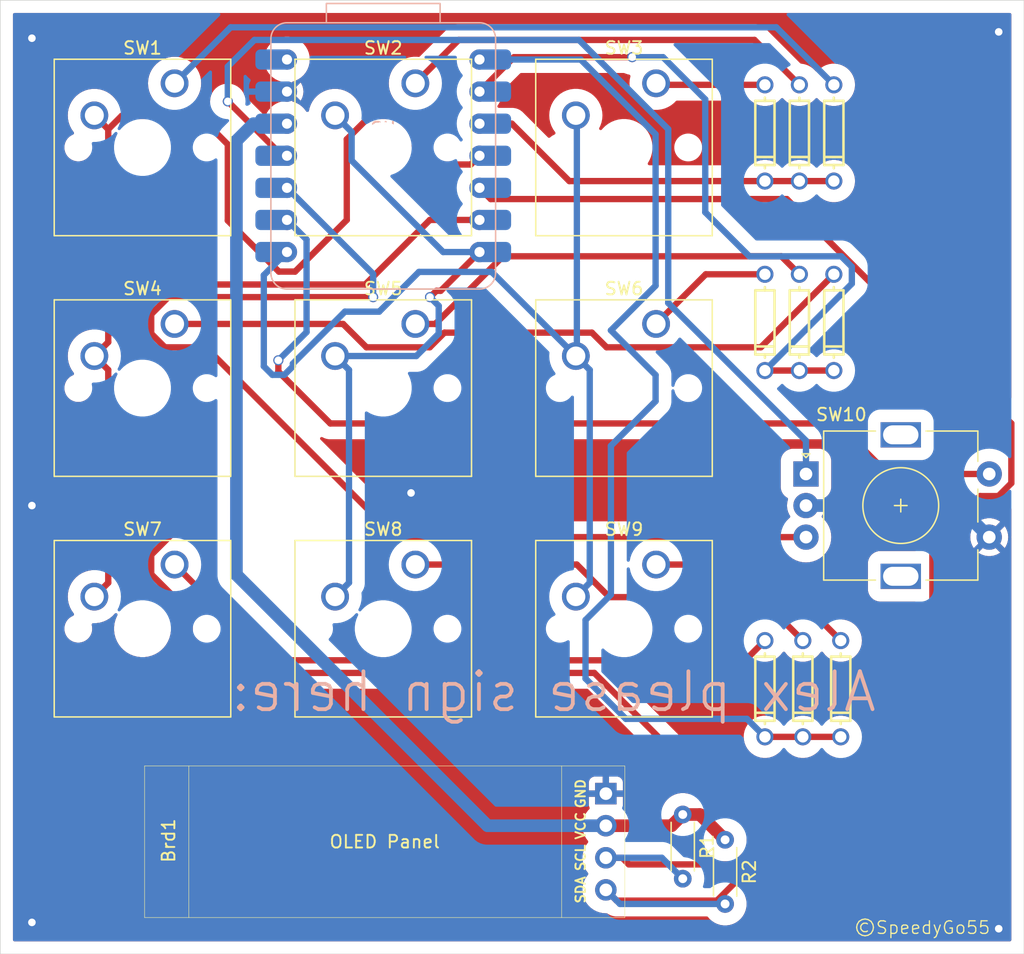
<source format=kicad_pcb>
(kicad_pcb (version 20240108) (generator "pcbnew") (generator_version "8.0")
  (layers (0 "F.Cu" signal) (31 "B.Cu" signal) (34 "B.Paste" user) (35 "F.Paste" user) (36 "B.SilkS" user "B.Silkscreen") (37 "F.SilkS" user "F.Silkscreen") (38 "B.Mask" user) (39 "F.Mask" user) (44 "Edge.Cuts" user))
  (net 0 "")
  (net 1 "VCC")
  (net 2 "GND")
  (net 3 "Net-(Brd1-SCL)")
  (net 4 "Net-(Brd1-SDA)")
  (net 5 "Net-(U2-PA11_A3_D3)")
  (net 6 "Net-(U2-PB08_A6_D6_TX)")
  (net 7 "Net-(U2-PB09_A7_D7_RX)")
  (net 8 "Net-(U2-PA6_A10_D10_MOSI)")
  (net 9 "Net-(U2-PA7_A8_D8_SCK)")
  (net 10 "Net-(U2-PA5_A9_D9_MISO)")
  (net 12 "Net-(D1-PadA)")
  (net 13 "Net-(U2-PA02_A0_D0)")
  (net 14 "Net-(D2-PadA)")
  (net 15 "Net-(D3-PadA)")
  (net 16 "Net-(D4-PadA)")
  (net 17 "Net-(U2-PA4_A1_D1)")
  (net 18 "Net-(D5-PadA)")
  (net 19 "Net-(D6-PadA)")
  (net 20 "Net-(U2-PA10_A2_D2)")
  (net 21 "Net-(D7-PadA)")
  (net 22 "Net-(D8-PadA)")
  (net 23 "Net-(D9-PadA)")
  (footprint "Resistor_THT:R_Axial_DIN0204_L3.6mm_D1.6mm_P5.08mm_Horizontal" (layer "F.Cu") (at 138 109.96 -90)
    (property "Reference" "R1" (at 2.54 -1.92 90) (layer "F.SilkS"))
    (property "Value" "4.7k")
    (fp_line (start 0.62 0.92) (end 4.46 0.92) (stroke (width 0.12)) (layer "F.SilkS"))
    (fp_line (start 0.62 -0.92) (end 4.46 -0.92) (stroke (width 0.12)) (layer "F.SilkS"))
    (pad "1" thru_hole circle (at 0 0 270) (size 1.4 1.4) (drill 0.7) (layers "*.Cu" "*.Mask") (net 1 "VCC"))
    (pad "2" thru_hole oval (at 5.08 0 270) (size 1.4 1.4) (drill 0.7) (layers "*.Cu" "*.Mask") (net 3 "Net-(Brd1-SCL)"))
  )
  (footprint "Button_Switch_Keyboard:SW_Cherry_MX_1.00u_PCB" (layer "F.Cu") (at 135.89 52.07)
    (property "Reference" "SW3" (at -2.54 -2.794 0) (layer "F.SilkS"))
    (property "Value" "SW_Push")
    (fp_line (start -9.525 -1.905) (end 4.445 -1.905) (stroke (width 0.12)) (layer "F.SilkS"))
    (fp_line (start -9.525 12.065) (end -9.525 -1.905) (stroke (width 0.12)) (layer "F.SilkS"))
    (fp_line (start 4.445 -1.905) (end 4.445 12.065) (stroke (width 0.12)) (layer "F.SilkS"))
    (fp_line (start 4.445 12.065) (end -9.525 12.065) (stroke (width 0.12)) (layer "F.SilkS"))
    (pad "" np_thru_hole circle (at -7.62 5.08) (size 1.7 1.7) (drill 1.7) (layers "*.Cu" "*.Mask"))
    (pad "" np_thru_hole circle (at -2.54 5.08) (size 4 4) (drill 4) (layers "*.Cu" "*.Mask"))
    (pad "" np_thru_hole circle (at 2.54 5.08) (size 1.7 1.7) (drill 1.7) (layers "*.Cu" "*.Mask"))
    (pad "1" thru_hole circle (at 0 0) (size 2.2 2.2) (drill 1.5) (layers "*.Cu" "*.Mask") (net 15 "Net-(D3-PadA)"))
    (pad "2" thru_hole circle (at -6.35 2.54) (size 2.2 2.2) (drill 1.5) (layers "*.Cu" "*.Mask") (net 7 "Net-(U2-PB09_A7_D7_RX)"))
  )
  (footprint "Button_Switch_Keyboard:SW_Cherry_MX_1.00u_PCB" (layer "F.Cu") (at 116.84 71.12)
    (property "Reference" "SW5" (at -2.54 -2.794 0) (layer "F.SilkS"))
    (property "Value" "SW_Push")
    (fp_line (start -9.525 -1.905) (end 4.445 -1.905) (stroke (width 0.12)) (layer "F.SilkS"))
    (fp_line (start -9.525 12.065) (end -9.525 -1.905) (stroke (width 0.12)) (layer "F.SilkS"))
    (fp_line (start 4.445 -1.905) (end 4.445 12.065) (stroke (width 0.12)) (layer "F.SilkS"))
    (fp_line (start 4.445 12.065) (end -9.525 12.065) (stroke (width 0.12)) (layer "F.SilkS"))
    (pad "" np_thru_hole circle (at -7.62 5.08) (size 1.7 1.7) (drill 1.7) (layers "*.Cu" "*.Mask"))
    (pad "" np_thru_hole circle (at -2.54 5.08) (size 4 4) (drill 4) (layers "*.Cu" "*.Mask"))
    (pad "" np_thru_hole circle (at 2.54 5.08) (size 1.7 1.7) (drill 1.7) (layers "*.Cu" "*.Mask"))
    (pad "1" thru_hole circle (at 0 0) (size 2.2 2.2) (drill 1.5) (layers "*.Cu" "*.Mask") (net 18 "Net-(D5-PadA)"))
    (pad "2" thru_hole circle (at -6.35 2.54) (size 2.2 2.2) (drill 1.5) (layers "*.Cu" "*.Mask") (net 6 "Net-(U2-PB08_A6_D6_TX)"))
  )
  (footprint "custom library:DIODE-1N4148" (layer "F.Cu") (at 147.2272 71 -90)
    (property "Reference" "D5")
    (property "Value" "D" (hide yes))
    (fp_line (start -2.54 0.762) (end -2.54 0) (stroke (width 0.2032)) (layer "F.SilkS"))
    (fp_line (start 2.54 0.762) (end -2.54 0.762) (stroke (width 0.2032)) (layer "F.SilkS"))
    (fp_line (start -2.54 0) (end -2.794 0) (stroke (width 0.2032)) (layer "F.SilkS"))
    (fp_line (start -2.54 0) (end -2.54 -0.762) (stroke (width 0.2032)) (layer "F.SilkS"))
    (fp_line (start 2.54 0) (end 2.54 0.762) (stroke (width 0.2032)) (layer "F.SilkS"))
    (fp_line (start 2.54 0) (end 2.794 0) (stroke (width 0.2032)) (layer "F.SilkS"))
    (fp_line (start 1.905 -0.635) (end 1.905 0.635) (stroke (width 0.2032)) (layer "F.SilkS"))
    (fp_line (start -2.54 -0.762) (end 2.54 -0.762) (stroke (width 0.2032)) (layer "F.SilkS"))
    (fp_line (start 2.54 -0.762) (end 2.54 0) (stroke (width 0.2032)) (layer "F.SilkS"))
    (pad "A" thru_hole oval (at -3.81 0 270) (size 1.34874 1.34874) (drill 0.89916) (layers "*.Cu" "*.Mask") (net 18 "Net-(D5-PadA)"))
    (pad "K" thru_hole oval (at 3.81 0 270) (size 1.34874 1.34874) (drill 0.89916) (layers "*.Cu" "*.Mask") (net 17 "Net-(U2-PA4_A1_D1)"))
  )
  (footprint "Button_Switch_Keyboard:SW_Cherry_MX_1.00u_PCB" (layer "F.Cu") (at 135.89 90.17)
    (property "Reference" "SW9" (at -2.54 -2.794 0) (layer "F.SilkS"))
    (property "Value" "SW_Push")
    (fp_line (start -9.525 -1.905) (end 4.445 -1.905) (stroke (width 0.12)) (layer "F.SilkS"))
    (fp_line (start -9.525 12.065) (end -9.525 -1.905) (stroke (width 0.12)) (layer "F.SilkS"))
    (fp_line (start 4.445 -1.905) (end 4.445 12.065) (stroke (width 0.12)) (layer "F.SilkS"))
    (fp_line (start 4.445 12.065) (end -9.525 12.065) (stroke (width 0.12)) (layer "F.SilkS"))
    (pad "" np_thru_hole circle (at -7.62 5.08) (size 1.7 1.7) (drill 1.7) (layers "*.Cu" "*.Mask"))
    (pad "" np_thru_hole circle (at -2.54 5.08) (size 4 4) (drill 4) (layers "*.Cu" "*.Mask"))
    (pad "" np_thru_hole circle (at 2.54 5.08) (size 1.7 1.7) (drill 1.7) (layers "*.Cu" "*.Mask"))
    (pad "1" thru_hole circle (at 0 0) (size 2.2 2.2) (drill 1.5) (layers "*.Cu" "*.Mask") (net 23 "Net-(D9-PadA)"))
    (pad "2" thru_hole circle (at -6.35 2.54) (size 2.2 2.2) (drill 1.5) (layers "*.Cu" "*.Mask") (net 7 "Net-(U2-PB09_A7_D7_RX)"))
  )
  (footprint "Rotary_Encoder:RotaryEncoder_Alps_EC11E-Switch_Vertical_H20mm" (layer "F.Cu") (at 147.75 83)
    (property "Reference" "SW10" (at 2.8 -4.7 0) (layer "F.SilkS"))
    (property "Value" "RotaryEncoder_Switch")
    (fp_line (start -0.3 -1.6) (end 0.3 -1.6) (stroke (width 0.12)) (layer "F.SilkS"))
    (fp_line (start 0 -1.3) (end -0.3 -1.6) (stroke (width 0.12)) (layer "F.SilkS"))
    (fp_line (start 0.3 -1.6) (end 0 -1.3) (stroke (width 0.12)) (layer "F.SilkS"))
    (fp_line (start 1.4 -3.4) (end 1.4 8.4) (stroke (width 0.12)) (layer "F.SilkS"))
    (fp_line (start 5.5 -3.4) (end 1.4 -3.4) (stroke (width 0.12)) (layer "F.SilkS"))
    (fp_line (start 5.5 8.4) (end 1.4 8.4) (stroke (width 0.12)) (layer "F.SilkS"))
    (fp_line (start 7 2.5) (end 8 2.5) (stroke (width 0.12)) (layer "F.SilkS"))
    (fp_line (start 7.5 2) (end 7.5 3) (stroke (width 0.12)) (layer "F.SilkS"))
    (fp_line (start 9.5 -3.4) (end 13.6 -3.4) (stroke (width 0.12)) (layer "F.SilkS"))
    (fp_line (start 13.6 -3.4) (end 13.6 -1) (stroke (width 0.12)) (layer "F.SilkS"))
    (fp_line (start 13.6 1.2) (end 13.6 3.8) (stroke (width 0.12)) (layer "F.SilkS"))
    (fp_line (start 13.6 6) (end 13.6 8.4) (stroke (width 0.12)) (layer "F.SilkS"))
    (fp_line (start 13.6 8.4) (end 9.5 8.4) (stroke (width 0.12)) (layer "F.SilkS"))
    (fp_circle (center 7.5 2.5) (end 10.5 2.5) (stroke (width 0.12)) (fill none) (layer "F.SilkS"))
    (pad "A" thru_hole rect (at 0 0) (size 2 2) (drill 1) (layers "*.Cu" "*.Mask") (net 8 "Net-(U2-PA6_A10_D10_MOSI)"))
    (pad "B" thru_hole circle (at 0 5) (size 2 2) (drill 1) (layers "*.Cu" "*.Mask") (net 10 "Net-(U2-PA5_A9_D9_MISO)"))
    (pad "C" thru_hole circle (at 0 2.5) (size 2 2) (drill 1) (layers "*.Cu" "*.Mask") (net 2 "GND"))
    (pad "MP" thru_hole rect (at 7.5 -3.1) (size 3.2 2) (drill oval 2.8 1.5) (layers "*.Cu" "*.Mask"))
    (pad "MP" thru_hole rect (at 7.5 8.1) (size 3.2 2) (drill oval 2.8 1.5) (layers "*.Cu" "*.Mask"))
    (pad "S1" thru_hole circle (at 14.5 5) (size 2 2) (drill 1) (layers "*.Cu" "*.Mask") (net 2 "GND"))
    (pad "S2" thru_hole circle (at 14.5 0) (size 2 2) (drill 1) (layers "*.Cu" "*.Mask") (net 9 "Net-(U2-PA7_A8_D8_SCK)"))
  )
  (footprint "custom library:DIODE-1N4148" (layer "F.Cu") (at 147.2272 56 -90)
    (property "Reference" "D2")
    (property "Value" "D" (hide yes))
    (fp_line (start -2.54 0.762) (end -2.54 0) (stroke (width 0.2032)) (layer "F.SilkS"))
    (fp_line (start 2.54 0.762) (end -2.54 0.762) (stroke (width 0.2032)) (layer "F.SilkS"))
    (fp_line (start -2.54 0) (end -2.794 0) (stroke (width 0.2032)) (layer "F.SilkS"))
    (fp_line (start -2.54 0) (end -2.54 -0.762) (stroke (width 0.2032)) (layer "F.SilkS"))
    (fp_line (start 2.54 0) (end 2.54 0.762) (stroke (width 0.2032)) (layer "F.SilkS"))
    (fp_line (start 2.54 0) (end 2.794 0) (stroke (width 0.2032)) (layer "F.SilkS"))
    (fp_line (start 1.905 -0.635) (end 1.905 0.635) (stroke (width 0.2032)) (layer "F.SilkS"))
    (fp_line (start -2.54 -0.762) (end 2.54 -0.762) (stroke (width 0.2032)) (layer "F.SilkS"))
    (fp_line (start 2.54 -0.762) (end 2.54 0) (stroke (width 0.2032)) (layer "F.SilkS"))
    (pad "A" thru_hole oval (at -3.81 0 270) (size 1.34874 1.34874) (drill 0.89916) (layers "*.Cu" "*.Mask") (net 14 "Net-(D2-PadA)"))
    (pad "K" thru_hole oval (at 3.81 0 270) (size 1.34874 1.34874) (drill 0.89916) (layers "*.Cu" "*.Mask") (net 20 "Net-(U2-PA10_A2_D2)"))
  )
  (footprint "custom library:DIODE-1N4148" (layer "F.Cu") (at 149.9544 71 -90)
    (property "Reference" "D4")
    (property "Value" "D" (hide yes))
    (fp_line (start -2.54 0.762) (end -2.54 0) (stroke (width 0.2032)) (layer "F.SilkS"))
    (fp_line (start 2.54 0.762) (end -2.54 0.762) (stroke (width 0.2032)) (layer "F.SilkS"))
    (fp_line (start -2.54 0) (end -2.794 0) (stroke (width 0.2032)) (layer "F.SilkS"))
    (fp_line (start -2.54 0) (end -2.54 -0.762) (stroke (width 0.2032)) (layer "F.SilkS"))
    (fp_line (start 2.54 0) (end 2.54 0.762) (stroke (width 0.2032)) (layer "F.SilkS"))
    (fp_line (start 2.54 0) (end 2.794 0) (stroke (width 0.2032)) (layer "F.SilkS"))
    (fp_line (start 1.905 -0.635) (end 1.905 0.635) (stroke (width 0.2032)) (layer "F.SilkS"))
    (fp_line (start -2.54 -0.762) (end 2.54 -0.762) (stroke (width 0.2032)) (layer "F.SilkS"))
    (fp_line (start 2.54 -0.762) (end 2.54 0) (stroke (width 0.2032)) (layer "F.SilkS"))
    (pad "A" thru_hole oval (at -3.81 0 270) (size 1.34874 1.34874) (drill 0.89916) (layers "*.Cu" "*.Mask") (net 16 "Net-(D4-PadA)"))
    (pad "K" thru_hole oval (at 3.81 0 270) (size 1.34874 1.34874) (drill 0.89916) (layers "*.Cu" "*.Mask") (net 17 "Net-(U2-PA4_A1_D1)"))
  )
  (footprint "custom library:DIODE-1N4148" (layer "F.Cu") (at 149.9544 56 -90)
    (property "Reference" "D1")
    (property "Value" "D" (hide yes))
    (fp_line (start -2.54 0.762) (end -2.54 0) (stroke (width 0.2032)) (layer "F.SilkS"))
    (fp_line (start 2.54 0.762) (end -2.54 0.762) (stroke (width 0.2032)) (layer "F.SilkS"))
    (fp_line (start -2.54 0) (end -2.794 0) (stroke (width 0.2032)) (layer "F.SilkS"))
    (fp_line (start -2.54 0) (end -2.54 -0.762) (stroke (width 0.2032)) (layer "F.SilkS"))
    (fp_line (start 2.54 0) (end 2.54 0.762) (stroke (width 0.2032)) (layer "F.SilkS"))
    (fp_line (start 2.54 0) (end 2.794 0) (stroke (width 0.2032)) (layer "F.SilkS"))
    (fp_line (start 1.905 -0.635) (end 1.905 0.635) (stroke (width 0.2032)) (layer "F.SilkS"))
    (fp_line (start -2.54 -0.762) (end 2.54 -0.762) (stroke (width 0.2032)) (layer "F.SilkS"))
    (fp_line (start 2.54 -0.762) (end 2.54 0) (stroke (width 0.2032)) (layer "F.SilkS"))
    (pad "A" thru_hole oval (at -3.81 0 270) (size 1.34874 1.34874) (drill 0.89916) (layers "*.Cu" "*.Mask") (net 12 "Net-(D1-PadA)"))
    (pad "K" thru_hole oval (at 3.81 0 270) (size 1.34874 1.34874) (drill 0.89916) (layers "*.Cu" "*.Mask") (net 20 "Net-(U2-PA10_A2_D2)"))
  )
  (footprint "Button_Switch_Keyboard:SW_Cherry_MX_1.00u_PCB" (layer "F.Cu") (at 97.79 90.17)
    (property "Reference" "SW7" (at -2.54 -2.794 0) (layer "F.SilkS"))
    (property "Value" "SW_Push")
    (fp_line (start -9.525 -1.905) (end 4.445 -1.905) (stroke (width 0.12)) (layer "F.SilkS"))
    (fp_line (start -9.525 12.065) (end -9.525 -1.905) (stroke (width 0.12)) (layer "F.SilkS"))
    (fp_line (start 4.445 -1.905) (end 4.445 12.065) (stroke (width 0.12)) (layer "F.SilkS"))
    (fp_line (start 4.445 12.065) (end -9.525 12.065) (stroke (width 0.12)) (layer "F.SilkS"))
    (pad "" np_thru_hole circle (at -7.62 5.08) (size 1.7 1.7) (drill 1.7) (layers "*.Cu" "*.Mask"))
    (pad "" np_thru_hole circle (at -2.54 5.08) (size 4 4) (drill 4) (layers "*.Cu" "*.Mask"))
    (pad "" np_thru_hole circle (at 2.54 5.08) (size 1.7 1.7) (drill 1.7) (layers "*.Cu" "*.Mask"))
    (pad "1" thru_hole circle (at 0 0) (size 2.2 2.2) (drill 1.5) (layers "*.Cu" "*.Mask") (net 21 "Net-(D7-PadA)"))
    (pad "2" thru_hole circle (at -6.35 2.54) (size 2.2 2.2) (drill 1.5) (layers "*.Cu" "*.Mask") (net 5 "Net-(U2-PA11_A3_D3)"))
  )
  (footprint "Button_Switch_Keyboard:SW_Cherry_MX_1.00u_PCB" (layer "F.Cu") (at 97.79 71.12)
    (property "Reference" "SW4" (at -2.54 -2.794 0) (layer "F.SilkS"))
    (property "Value" "SW_Push")
    (fp_line (start -9.525 -1.905) (end 4.445 -1.905) (stroke (width 0.12)) (layer "F.SilkS"))
    (fp_line (start -9.525 12.065) (end -9.525 -1.905) (stroke (width 0.12)) (layer "F.SilkS"))
    (fp_line (start 4.445 -1.905) (end 4.445 12.065) (stroke (width 0.12)) (layer "F.SilkS"))
    (fp_line (start 4.445 12.065) (end -9.525 12.065) (stroke (width 0.12)) (layer "F.SilkS"))
    (pad "" np_thru_hole circle (at -7.62 5.08) (size 1.7 1.7) (drill 1.7) (layers "*.Cu" "*.Mask"))
    (pad "" np_thru_hole circle (at -2.54 5.08) (size 4 4) (drill 4) (layers "*.Cu" "*.Mask"))
    (pad "" np_thru_hole circle (at 2.54 5.08) (size 1.7 1.7) (drill 1.7) (layers "*.Cu" "*.Mask"))
    (pad "1" thru_hole circle (at 0 0) (size 2.2 2.2) (drill 1.5) (layers "*.Cu" "*.Mask") (net 16 "Net-(D4-PadA)"))
    (pad "2" thru_hole circle (at -6.35 2.54) (size 2.2 2.2) (drill 1.5) (layers "*.Cu" "*.Mask") (net 5 "Net-(U2-PA11_A3_D3)"))
  )
  (footprint "Button_Switch_Keyboard:SW_Cherry_MX_1.00u_PCB" (layer "F.Cu") (at 135.89 71.12)
    (property "Reference" "SW6" (at -2.54 -2.794 0) (layer "F.SilkS"))
    (property "Value" "SW_Push")
    (fp_line (start -9.525 -1.905) (end 4.445 -1.905) (stroke (width 0.12)) (layer "F.SilkS"))
    (fp_line (start -9.525 12.065) (end -9.525 -1.905) (stroke (width 0.12)) (layer "F.SilkS"))
    (fp_line (start 4.445 -1.905) (end 4.445 12.065) (stroke (width 0.12)) (layer "F.SilkS"))
    (fp_line (start 4.445 12.065) (end -9.525 12.065) (stroke (width 0.12)) (layer "F.SilkS"))
    (pad "" np_thru_hole circle (at -7.62 5.08) (size 1.7 1.7) (drill 1.7) (layers "*.Cu" "*.Mask"))
    (pad "" np_thru_hole circle (at -2.54 5.08) (size 4 4) (drill 4) (layers "*.Cu" "*.Mask"))
    (pad "" np_thru_hole circle (at 2.54 5.08) (size 1.7 1.7) (drill 1.7) (layers "*.Cu" "*.Mask"))
    (pad "1" thru_hole circle (at 0 0) (size 2.2 2.2) (drill 1.5) (layers "*.Cu" "*.Mask") (net 19 "Net-(D6-PadA)"))
    (pad "2" thru_hole circle (at -6.35 2.54) (size 2.2 2.2) (drill 1.5) (layers "*.Cu" "*.Mask") (net 7 "Net-(U2-PB09_A7_D7_RX)"))
  )
  (footprint "Button_Switch_Keyboard:SW_Cherry_MX_1.00u_PCB" (layer "F.Cu") (at 116.84 52.07)
    (property "Reference" "SW2" (at -2.54 -2.794 0) (layer "F.SilkS"))
    (property "Value" "SW_Push")
    (fp_line (start -9.525 -1.905) (end 4.445 -1.905) (stroke (width 0.12)) (layer "F.SilkS"))
    (fp_line (start -9.525 12.065) (end -9.525 -1.905) (stroke (width 0.12)) (layer "F.SilkS"))
    (fp_line (start 4.445 -1.905) (end 4.445 12.065) (stroke (width 0.12)) (layer "F.SilkS"))
    (fp_line (start 4.445 12.065) (end -9.525 12.065) (stroke (width 0.12)) (layer "F.SilkS"))
    (pad "" np_thru_hole circle (at -7.62 5.08) (size 1.7 1.7) (drill 1.7) (layers "*.Cu" "*.Mask"))
    (pad "" np_thru_hole circle (at -2.54 5.08) (size 4 4) (drill 4) (layers "*.Cu" "*.Mask"))
    (pad "" np_thru_hole circle (at 2.54 5.08) (size 1.7 1.7) (drill 1.7) (layers "*.Cu" "*.Mask"))
    (pad "1" thru_hole circle (at 0 0) (size 2.2 2.2) (drill 1.5) (layers "*.Cu" "*.Mask") (net 14 "Net-(D2-PadA)"))
    (pad "2" thru_hole circle (at -6.35 2.54) (size 2.2 2.2) (drill 1.5) (layers "*.Cu" "*.Mask") (net 6 "Net-(U2-PB08_A6_D6_TX)"))
  )
  (footprint "Button_Switch_Keyboard:SW_Cherry_MX_1.00u_PCB" (layer "F.Cu") (at 116.84 90.17)
    (property "Reference" "SW8" (at -2.54 -2.794 0) (layer "F.SilkS"))
    (property "Value" "SW_Push")
    (fp_line (start -9.525 -1.905) (end 4.445 -1.905) (stroke (width 0.12)) (layer "F.SilkS"))
    (fp_line (start -9.525 12.065) (end -9.525 -1.905) (stroke (width 0.12)) (layer "F.SilkS"))
    (fp_line (start 4.445 -1.905) (end 4.445 12.065) (stroke (width 0.12)) (layer "F.SilkS"))
    (fp_line (start 4.445 12.065) (end -9.525 12.065) (stroke (width 0.12)) (layer "F.SilkS"))
    (pad "" np_thru_hole circle (at -7.62 5.08) (size 1.7 1.7) (drill 1.7) (layers "*.Cu" "*.Mask"))
    (pad "" np_thru_hole circle (at -2.54 5.08) (size 4 4) (drill 4) (layers "*.Cu" "*.Mask"))
    (pad "" np_thru_hole circle (at 2.54 5.08) (size 1.7 1.7) (drill 1.7) (layers "*.Cu" "*.Mask"))
    (pad "1" thru_hole circle (at 0 0) (size 2.2 2.2) (drill 1.5) (layers "*.Cu" "*.Mask") (net 22 "Net-(D8-PadA)"))
    (pad "2" thru_hole circle (at -6.35 2.54) (size 2.2 2.2) (drill 1.5) (layers "*.Cu" "*.Mask") (net 6 "Net-(U2-PB08_A6_D6_TX)"))
  )
  (footprint "custom library:DIODE-1N4148" (layer "F.Cu") (at 144.5 71 -90)
    (property "Reference" "D6")
    (property "Value" "D" (hide yes))
    (fp_line (start -2.54 0.762) (end -2.54 0) (stroke (width 0.2032)) (layer "F.SilkS"))
    (fp_line (start 2.54 0.762) (end -2.54 0.762) (stroke (width 0.2032)) (layer "F.SilkS"))
    (fp_line (start -2.54 0) (end -2.794 0) (stroke (width 0.2032)) (layer "F.SilkS"))
    (fp_line (start -2.54 0) (end -2.54 -0.762) (stroke (width 0.2032)) (layer "F.SilkS"))
    (fp_line (start 2.54 0) (end 2.54 0.762) (stroke (width 0.2032)) (layer "F.SilkS"))
    (fp_line (start 2.54 0) (end 2.794 0) (stroke (width 0.2032)) (layer "F.SilkS"))
    (fp_line (start 1.905 -0.635) (end 1.905 0.635) (stroke (width 0.2032)) (layer "F.SilkS"))
    (fp_line (start -2.54 -0.762) (end 2.54 -0.762) (stroke (width 0.2032)) (layer "F.SilkS"))
    (fp_line (start 2.54 -0.762) (end 2.54 0) (stroke (width 0.2032)) (layer "F.SilkS"))
    (pad "A" thru_hole oval (at -3.81 0 270) (size 1.34874 1.34874) (drill 0.89916) (layers "*.Cu" "*.Mask") (net 19 "Net-(D6-PadA)"))
    (pad "K" thru_hole oval (at 3.81 0 270) (size 1.34874 1.34874) (drill 0.89916) (layers "*.Cu" "*.Mask") (net 17 "Net-(U2-PA4_A1_D1)"))
  )
  (footprint "Resistor_THT:R_Axial_DIN0204_L3.6mm_D1.6mm_P5.08mm_Horizontal" (layer "F.Cu") (at 141.35 111.96 -90)
    (property "Reference" "R2" (at 2.54 -1.92 90) (layer "F.SilkS"))
    (property "Value" "4.7k")
    (fp_line (start 0.62 0.92) (end 4.46 0.92) (stroke (width 0.12)) (layer "F.SilkS"))
    (fp_line (start 0.62 -0.92) (end 4.46 -0.92) (stroke (width 0.12)) (layer "F.SilkS"))
    (pad "1" thru_hole circle (at 0 0 270) (size 1.4 1.4) (drill 0.7) (layers "*.Cu" "*.Mask") (net 1 "VCC"))
    (pad "2" thru_hole oval (at 5.08 0 270) (size 1.4 1.4) (drill 0.7) (layers "*.Cu" "*.Mask") (net 4 "Net-(Brd1-SDA)"))
  )
  (footprint "custom library:DIODE-1N4148" (layer "F.Cu") (at 144.5 100 -90)
    (property "Reference" "D7")
    (property "Value" "D" (hide yes))
    (fp_line (start -2.54 0.762) (end -2.54 0) (stroke (width 0.2032)) (layer "F.SilkS"))
    (fp_line (start 2.54 0.762) (end -2.54 0.762) (stroke (width 0.2032)) (layer "F.SilkS"))
    (fp_line (start -2.54 0) (end -2.794 0) (stroke (width 0.2032)) (layer "F.SilkS"))
    (fp_line (start -2.54 0) (end -2.54 -0.762) (stroke (width 0.2032)) (layer "F.SilkS"))
    (fp_line (start 2.54 0) (end 2.54 0.762) (stroke (width 0.2032)) (layer "F.SilkS"))
    (fp_line (start 2.54 0) (end 2.794 0) (stroke (width 0.2032)) (layer "F.SilkS"))
    (fp_line (start 1.905 -0.635) (end 1.905 0.635) (stroke (width 0.2032)) (layer "F.SilkS"))
    (fp_line (start -2.54 -0.762) (end 2.54 -0.762) (stroke (width 0.2032)) (layer "F.SilkS"))
    (fp_line (start 2.54 -0.762) (end 2.54 0) (stroke (width 0.2032)) (layer "F.SilkS"))
    (pad "A" thru_hole oval (at -3.81 0 270) (size 1.34874 1.34874) (drill 0.89916) (layers "*.Cu" "*.Mask") (net 21 "Net-(D7-PadA)"))
    (pad "K" thru_hole oval (at 3.81 0 270) (size 1.34874 1.34874) (drill 0.89916) (layers "*.Cu" "*.Mask") (net 13 "Net-(U2-PA02_A0_D0)"))
  )
  (footprint "Button_Switch_Keyboard:SW_Cherry_MX_1.00u_PCB" (layer "F.Cu") (at 97.79 52.07)
    (property "Reference" "SW1" (at -2.54 -2.794 0) (layer "F.SilkS"))
    (property "Value" "SW_Push")
    (fp_line (start -9.525 -1.905) (end 4.445 -1.905) (stroke (width 0.12)) (layer "F.SilkS"))
    (fp_line (start -9.525 12.065) (end -9.525 -1.905) (stroke (width 0.12)) (layer "F.SilkS"))
    (fp_line (start 4.445 -1.905) (end 4.445 12.065) (stroke (width 0.12)) (layer "F.SilkS"))
    (fp_line (start 4.445 12.065) (end -9.525 12.065) (stroke (width 0.12)) (layer "F.SilkS"))
    (pad "" np_thru_hole circle (at -7.62 5.08) (size 1.7 1.7) (drill 1.7) (layers "*.Cu" "*.Mask"))
    (pad "" np_thru_hole circle (at -2.54 5.08) (size 4 4) (drill 4) (layers "*.Cu" "*.Mask"))
    (pad "" np_thru_hole circle (at 2.54 5.08) (size 1.7 1.7) (drill 1.7) (layers "*.Cu" "*.Mask"))
    (pad "1" thru_hole circle (at 0 0) (size 2.2 2.2) (drill 1.5) (layers "*.Cu" "*.Mask") (net 12 "Net-(D1-PadA)"))
    (pad "2" thru_hole circle (at -6.35 2.54) (size 2.2 2.2) (drill 1.5) (layers "*.Cu" "*.Mask") (net 5 "Net-(U2-PA11_A3_D3)"))
  )
  (footprint "custom library:SSD1306-0.91-OLED-4pin-128x32" (layer "F.Cu") (at 95.415 106.115)
    (property "Reference" "Brd1" (at 1.9 5.91 90) (layer "F.SilkS"))
    (property "Value" "SSD1306")
    (fp_line (start 0 0) (end 0 12) (stroke (width 0.04)) (layer "F.SilkS"))
    (fp_line (start 0 12) (end 38 12) (stroke (width 0.04)) (layer "F.SilkS"))
    (fp_line (start 3.5 0) (end 3.5 12) (stroke (width 0.04)) (layer "F.SilkS"))
    (fp_line (start 33 0) (end 33 12) (stroke (width 0.04)) (layer "F.SilkS"))
    (fp_line (start 38 0) (end 0 0) (stroke (width 0.04)) (layer "F.SilkS"))
    (fp_line (start 38 12) (end 38 0) (stroke (width 0.04)) (layer "F.SilkS"))
    (fp_text user "SCL" (at 34.5 7.27 -90) (layer "F.SilkS") (effects (font (size 0.75 0.75))))
    (fp_text user "VCC" (at 34.5 4.73 -90) (layer "F.SilkS") (effects (font (size 0.75 0.75))))
    (fp_text user "SDA" (at 34.5 9.81 -90) (layer "F.SilkS") (effects (font (size 0.75 0.75))))
    (fp_text user "GND" (at 34.5 2.19 -90) (layer "F.SilkS") (effects (font (size 0.75 0.75))))
    (fp_text user "OLED Panel" (at 19 6 0) (layer "F.SilkS"))
    (pad "1" thru_hole rect (at 36.5 2.19) (size 1.7 1.7) (drill 1) (layers "*.Cu" "*.Mask") (net 2 "GND"))
    (pad "2" thru_hole oval (at 36.5 4.73) (size 1.7 1.7) (drill 1) (layers "*.Cu" "*.Mask") (net 1 "VCC"))
    (pad "3" thru_hole oval (at 36.5 7.27) (size 1.7 1.7) (drill 1) (layers "*.Cu" "*.Mask") (net 3 "Net-(Brd1-SCL)"))
    (pad "4" thru_hole oval (at 36.5 9.81) (size 1.7 1.7) (drill 1) (layers "*.Cu" "*.Mask") (net 4 "Net-(Brd1-SDA)"))
  )
  (footprint "custom library:DIODE-1N4148" (layer "F.Cu") (at 150.5 100 -90)
    (property "Reference" "D9")
    (property "Value" "D" (hide yes))
    (fp_line (start -2.54 0.762) (end -2.54 0) (stroke (width 0.2032)) (layer "F.SilkS"))
    (fp_line (start 2.54 0.762) (end -2.54 0.762) (stroke (width 0.2032)) (layer "F.SilkS"))
    (fp_line (start -2.54 0) (end -2.794 0) (stroke (width 0.2032)) (layer "F.SilkS"))
    (fp_line (start -2.54 0) (end -2.54 -0.762) (stroke (width 0.2032)) (layer "F.SilkS"))
    (fp_line (start 2.54 0) (end 2.54 0.762) (stroke (width 0.2032)) (layer "F.SilkS"))
    (fp_line (start 2.54 0) (end 2.794 0) (stroke (width 0.2032)) (layer "F.SilkS"))
    (fp_line (start 1.905 -0.635) (end 1.905 0.635) (stroke (width 0.2032)) (layer "F.SilkS"))
    (fp_line (start -2.54 -0.762) (end 2.54 -0.762) (stroke (width 0.2032)) (layer "F.SilkS"))
    (fp_line (start 2.54 -0.762) (end 2.54 0) (stroke (width 0.2032)) (layer "F.SilkS"))
    (pad "A" thru_hole oval (at -3.81 0 270) (size 1.34874 1.34874) (drill 0.89916) (layers "*.Cu" "*.Mask") (net 23 "Net-(D9-PadA)"))
    (pad "K" thru_hole oval (at 3.81 0 270) (size 1.34874 1.34874) (drill 0.89916) (layers "*.Cu" "*.Mask") (net 13 "Net-(U2-PA02_A0_D0)"))
  )
  (footprint "custom library:DIODE-1N4148" (layer "F.Cu") (at 144.5 56 -90)
    (property "Reference" "D3")
    (property "Value" "D" (hide yes))
    (fp_line (start -2.54 0.762) (end -2.54 0) (stroke (width 0.2032)) (layer "F.SilkS"))
    (fp_line (start 2.54 0.762) (end -2.54 0.762) (stroke (width 0.2032)) (layer "F.SilkS"))
    (fp_line (start -2.54 0) (end -2.794 0) (stroke (width 0.2032)) (layer "F.SilkS"))
    (fp_line (start -2.54 0) (end -2.54 -0.762) (stroke (width 0.2032)) (layer "F.SilkS"))
    (fp_line (start 2.54 0) (end 2.54 0.762) (stroke (width 0.2032)) (layer "F.SilkS"))
    (fp_line (start 2.54 0) (end 2.794 0) (stroke (width 0.2032)) (layer "F.SilkS"))
    (fp_line (start 1.905 -0.635) (end 1.905 0.635) (stroke (width 0.2032)) (layer "F.SilkS"))
    (fp_line (start -2.54 -0.762) (end 2.54 -0.762) (stroke (width 0.2032)) (layer "F.SilkS"))
    (fp_line (start 2.54 -0.762) (end 2.54 0) (stroke (width 0.2032)) (layer "F.SilkS"))
    (pad "A" thru_hole oval (at -3.81 0 270) (size 1.34874 1.34874) (drill 0.89916) (layers "*.Cu" "*.Mask") (net 15 "Net-(D3-PadA)"))
    (pad "K" thru_hole oval (at 3.81 0 270) (size 1.34874 1.34874) (drill 0.89916) (layers "*.Cu" "*.Mask") (net 20 "Net-(U2-PA10_A2_D2)"))
  )
  (footprint "custom library:DIODE-1N4148" (layer "F.Cu") (at 147.5 100 -90)
    (property "Reference" "D8")
    (property "Value" "D" (hide yes))
    (fp_line (start -2.54 0.762) (end -2.54 0) (stroke (width 0.2032)) (layer "F.SilkS"))
    (fp_line (start 2.54 0.762) (end -2.54 0.762) (stroke (width 0.2032)) (layer "F.SilkS"))
    (fp_line (start -2.54 0) (end -2.794 0) (stroke (width 0.2032)) (layer "F.SilkS"))
    (fp_line (start -2.54 0) (end -2.54 -0.762) (stroke (width 0.2032)) (layer "F.SilkS"))
    (fp_line (start 2.54 0) (end 2.54 0.762) (stroke (width 0.2032)) (layer "F.SilkS"))
    (fp_line (start 2.54 0) (end 2.794 0) (stroke (width 0.2032)) (layer "F.SilkS"))
    (fp_line (start 1.905 -0.635) (end 1.905 0.635) (stroke (width 0.2032)) (layer "F.SilkS"))
    (fp_line (start -2.54 -0.762) (end 2.54 -0.762) (stroke (width 0.2032)) (layer "F.SilkS"))
    (fp_line (start 2.54 -0.762) (end 2.54 0) (stroke (width 0.2032)) (layer "F.SilkS"))
    (pad "A" thru_hole oval (at -3.81 0 270) (size 1.34874 1.34874) (drill 0.89916) (layers "*.Cu" "*.Mask") (net 22 "Net-(D8-PadA)"))
    (pad "K" thru_hole oval (at 3.81 0 270) (size 1.34874 1.34874) (drill 0.89916) (layers "*.Cu" "*.Mask") (net 13 "Net-(U2-PA02_A0_D0)"))
  )
  (footprint "custom library:XIAO-RP2040" (layer "B.Cu") (at 123.19 68.358 180)
    (property "Reference" "U2" (at 8.89 12.7 0) (layer "B.SilkS") (effects (justify mirror)))
    (property "Value" "MCU_Seeed_XIAO_RP2040")
    (fp_line (start 17.78 1.27) (end 17.78 19.812) (stroke (width 0.12)) (layer "B.SilkS"))
    (fp_line (start 16.51 21.082) (end 1.27 21.082) (stroke (width 0.12)) (layer "B.SilkS"))
    (fp_line (start 1.27 0) (end 16.51 0) (stroke (width 0.12)) (layer "B.SilkS"))
    (fp_line (start 0 19.812) (end 0 1.27) (stroke (width 0.12)) (layer "B.SilkS"))
    (fp_rect (start 4.39 21.082) (end 13.39 22.606) (stroke (width 0.12)) (fill none) (layer "B.SilkS"))
    (fp_arc (start 17.78 19.812) (mid 17.408026 20.710026) (end 16.51 21.082) (stroke (width 0.12)) (layer "B.SilkS"))
    (fp_arc (start 16.51 0) (mid 17.408026 0.371974) (end 17.78 1.27) (stroke (width 0.12)) (layer "B.SilkS"))
    (fp_arc (start 1.27 21.082) (mid 0.371974 20.710026) (end 0 19.812) (stroke (width 0.12)) (layer "B.SilkS"))
    (fp_arc (start 0 1.27) (mid 0.371974 0.371974) (end 1.27 0) (stroke (width 0.12)) (layer "B.SilkS"))
    (pad "1" thru_hole circle (at 1.2725 18.171 180) (size 1.6 1.6) (drill 0.8) (layers "*.Cu" "*.Mask") (net 13 "Net-(U2-PA02_A0_D0)"))
    (pad "1" smd roundrect (at 1.2725 18.171 180) (size 3 1.6) (drill (offset -1 0)) (layers "B.Cu" "B.Paste" "B.Mask") (net 13 "Net-(U2-PA02_A0_D0)"))
    (pad "2" thru_hole circle (at 1.2725 15.631 180) (size 1.6 1.6) (drill 0.8) (layers "*.Cu" "*.Mask") (net 17 "Net-(U2-PA4_A1_D1)"))
    (pad "2" smd roundrect (at 1.2725 15.631 180) (size 3 1.6) (drill (offset -1 0)) (layers "B.Cu" "B.Paste" "B.Mask") (net 17 "Net-(U2-PA4_A1_D1)"))
    (pad "3" thru_hole circle (at 1.2725 13.091 180) (size 1.6 1.6) (drill 0.8) (layers "*.Cu" "*.Mask") (net 20 "Net-(U2-PA10_A2_D2)"))
    (pad "3" smd roundrect (at 1.2725 13.091 180) (size 3 1.6) (drill (offset -1 0)) (layers "B.Cu" "B.Paste" "B.Mask") (net 20 "Net-(U2-PA10_A2_D2)"))
    (pad "4" thru_hole circle (at 1.2725 10.551 180) (size 1.6 1.6) (drill 0.8) (layers "*.Cu" "*.Mask") (net 5 "Net-(U2-PA11_A3_D3)"))
    (pad "4" smd roundrect (at 1.2725 10.551 180) (size 3 1.6) (drill (offset -1 0)) (layers "B.Cu" "B.Paste" "B.Mask") (net 5 "Net-(U2-PA11_A3_D3)"))
    (pad "5" thru_hole circle (at 1.2725 8.011 180) (size 1.6 1.6) (drill 0.8) (layers "*.Cu" "*.Mask") (net 4 "Net-(Brd1-SDA)"))
    (pad "5" smd roundrect (at 1.2725 8.011 180) (size 3 1.6) (drill (offset -1 0)) (layers "B.Cu" "B.Paste" "B.Mask") (net 4 "Net-(Brd1-SDA)"))
    (pad "6" thru_hole circle (at 1.2725 5.471 180) (size 1.6 1.6) (drill 0.8) (layers "*.Cu" "*.Mask") (net 3 "Net-(Brd1-SCL)"))
    (pad "6" smd roundrect (at 1.2725 5.471 180) (size 3 1.6) (drill (offset -1 0)) (layers "B.Cu" "B.Paste" "B.Mask") (net 3 "Net-(Brd1-SCL)"))
    (pad "7" thru_hole circle (at 1.2725 2.931 180) (size 1.6 1.6) (drill 0.8) (layers "*.Cu" "*.Mask") (net 6 "Net-(U2-PB08_A6_D6_TX)"))
    (pad "7" smd roundrect (at 1.2725 2.931 180) (size 3 1.6) (drill (offset -1 0)) (layers "B.Cu" "B.Paste" "B.Mask") (net 6 "Net-(U2-PB08_A6_D6_TX)"))
    (pad "8" thru_hole circle (at 16.5075 2.931 180) (size 1.6 1.6) (drill 0.8) (layers "*.Cu" "*.Mask") (net 7 "Net-(U2-PB09_A7_D7_RX)"))
    (pad "8" smd roundrect (at 16.5075 2.931 180) (size 3 1.6) (drill (offset 1 0)) (layers "B.Cu" "B.Paste" "B.Mask") (net 7 "Net-(U2-PB09_A7_D7_RX)"))
    (pad "9" thru_hole circle (at 16.5075 5.471 180) (size 1.6 1.6) (drill 0.8) (layers "*.Cu" "*.Mask") (net 9 "Net-(U2-PA7_A8_D8_SCK)"))
    (pad "9" smd roundrect (at 16.5075 5.471 180) (size 3 1.6) (drill (offset 1 0)) (layers "B.Cu" "B.Paste" "B.Mask") (net 9 "Net-(U2-PA7_A8_D8_SCK)"))
    (pad "10" thru_hole circle (at 16.5075 8.011 180) (size 1.6 1.6) (drill 0.8) (layers "*.Cu" "*.Mask") (net 10 "Net-(U2-PA5_A9_D9_MISO)"))
    (pad "10" smd roundrect (at 16.5075 8.011 180) (size 3 1.6) (drill (offset 1 0)) (layers "B.Cu" "B.Paste" "B.Mask") (net 10 "Net-(U2-PA5_A9_D9_MISO)"))
    (pad "11" thru_hole circle (at 16.5075 10.551 180) (size 1.6 1.6) (drill 0.8) (layers "*.Cu" "*.Mask") (net 8 "Net-(U2-PA6_A10_D10_MOSI)"))
    (pad "11" smd roundrect (at 16.5075 10.551 180) (size 3 1.6) (drill (offset 1 0)) (layers "B.Cu" "B.Paste" "B.Mask") (net 8 "Net-(U2-PA6_A10_D10_MOSI)"))
    (pad "12" thru_hole circle (at 16.5075 13.091 180) (size 1.6 1.6) (drill 0.8) (layers "*.Cu" "*.Mask") (net 1 "VCC"))
    (pad "12" smd roundrect (at 16.5075 13.091 180) (size 3 1.6) (drill (offset 1 0)) (layers "B.Cu" "B.Paste" "B.Mask") (net 1 "VCC"))
    (pad "13" thru_hole circle (at 16.5075 15.631 180) (size 1.6 1.6) (drill 0.8) (layers "*.Cu" "*.Mask") (net 2 "GND"))
    (pad "13" smd roundrect (at 16.5075 15.631 180) (size 3 1.6) (drill (offset 1 0)) (layers "B.Cu" "B.Paste" "B.Mask") (net 2 "GND"))
    (pad "14" thru_hole circle (at 16.5075 18.171 180) (size 1.6 1.6) (drill 0.8) (layers "*.Cu" "*.Mask"))
    (pad "14" smd roundrect (at 16.5075 18.171 180) (size 3 1.6) (drill (offset 1 0)) (layers "B.Cu" "B.Paste" "B.Mask"))
  )
  (gr_rect (start 84 45.5) (end 165 121) (stroke (width 0.05)) (fill none) (layer "Edge.Cuts"))
  (gr_text "Alex please sign here:" (at 153.5 102 0) (layer "B.SilkS") (effects (font (size 3 3) (thickness 0.3)) (justify left bottom mirror)))
  (gr_text "©SpeedyGo55" (at 151.5 119.5 0) (layer "F.SilkS") (effects (font (size 1 1) (thickness 0.1)) (justify left bottom)))
  (segment (start 131.915 110.845) (end 137.115 110.845) (width 1) (layer "F.Cu") (net 1))
  (segment (start 137.115 110.845) (end 138 109.96) (width 1) (layer "F.Cu") (net 1))
  (segment (start 139.35 109.96) (end 141.35 111.96) (width 1) (layer "F.Cu") (net 1))
  (segment (start 138 109.96) (end 139.35 109.96) (width 1) (layer "F.Cu") (net 1))
  (segment (start 102.6825 90.975242) (end 102.6825 56.619994) (width 1) (layer "B.Cu") (net 1))
  (segment (start 131.915 110.845) (end 122.552258 110.845) (width 1) (layer "B.Cu") (net 1))
  (segment (start 102.6825 56.619994) (end 104.035494 55.267) (width 1) (layer "B.Cu") (net 1))
  (segment (start 122.552258 110.845) (end 102.6825 90.975242) (width 1) (layer "B.Cu") (net 1))
  (segment (start 104.035494 55.267) (end 106.6825 55.267) (width 1) (layer "B.Cu") (net 1))
  (via (at 86.5 48.5) (size 0.8) (drill 0.6) (layers "F.Cu" "B.Cu") (net 2))
  (via (at 163 119) (size 0.8) (drill 0.6) (layers "F.Cu" "B.Cu") (net 2))
  (via (at 163 48) (size 0.8) (drill 0.6) (layers "F.Cu" "B.Cu") (net 2))
  (via (at 86.5 118.5) (size 0.8) (drill 0.6) (layers "F.Cu" "B.Cu") (net 2))
  (via (at 86.5 85.5) (size 0.8) (drill 0.6) (layers "F.Cu" "B.Cu") (net 2))
  (via (at 116.5 84.5) (size 0.8) (drill 0.6) (layers "F.Cu" "B.Cu") (net 2))
  (segment (start 159.75 85.5) (end 162.25 88) (width 1) (layer "B.Cu") (net 2))
  (segment (start 147.75 85.5) (end 159.75 85.5) (width 1) (layer "B.Cu") (net 2))
  (segment (start 101.920812 98.75) (end 98.98 95.809188) (width 0.5) (layer "F.Cu") (net 3))
  (segment (start 98.98 93.976296) (end 95.94 90.936296) (width 0.5) (layer "F.Cu") (net 3))
  (segment (start 143.3 112.767717) (end 143.3 111.05) (width 0.5) (layer "F.Cu") (net 3))
  (segment (start 98.556296 75.916806) (end 94.94 72.30051) (width 0.5) (layer "F.Cu") (net 3))
  (segment (start 142.157717 113.91) (end 143.3 112.767717) (width 0.5) (layer "F.Cu") (net 3))
  (segment (start 98.98 95.809188) (end 98.98 93.976296) (width 0.5) (layer "F.Cu") (net 3))
  (segment (start 95.94 90.936296) (end 95.94 89.403704) (width 0.5) (layer "F.Cu") (net 3))
  (segment (start 96.87949 68) (end 112.873654 68) (width 0.5) (layer "F.Cu") (net 3))
  (segment (start 98.556296 86.787408) (end 98.556296 75.916806) (width 0.5) (layer "F.Cu") (net 3))
  (segment (start 131 98.75) (end 101.920812 98.75) (width 0.5) (layer "F.Cu") (net 3))
  (segment (start 117.986654 62.887) (end 121.9175 62.887) (width 0.5) (layer "F.Cu") (net 3))
  (segment (start 94.94 69.93949) (end 96.87949 68) (width 0.5) (layer "F.Cu") (net 3))
  (segment (start 133.735 113.91) (end 142.157717 113.91) (width 0.5) (layer "F.Cu") (net 3))
  (segment (start 131.915 113.385) (end 133.21 113.385) (width 0.5) (layer "F.Cu") (net 3))
  (segment (start 143.3 111.05) (end 131 98.75) (width 0.5) (layer "F.Cu") (net 3))
  (segment (start 133.21 113.385) (end 133.735 113.91) (width 0.5) (layer "F.Cu") (net 3))
  (segment (start 94.94 72.30051) (end 94.94 69.93949) (width 0.5) (layer "F.Cu") (net 3))
  (segment (start 95.94 89.403704) (end 98.556296 86.787408) (width 0.5) (layer "F.Cu") (net 3))
  (segment (start 112.873654 68) (end 117.986654 62.887) (width 0.5) (layer "F.Cu") (net 3))
  (segment (start 136.345 113.385) (end 138 115.04) (width 0.5) (layer "B.Cu") (net 3))
  (segment (start 131.915 113.385) (end 136.345 113.385) (width 0.5) (layer "B.Cu") (net 3))
  (segment (start 132.765 116.775) (end 140.706931 116.775) (width 0.5) (layer "F.Cu") (net 4))
  (segment (start 131.915 115.925) (end 132.765 116.775) (width 0.5) (layer "F.Cu") (net 4))
  (segment (start 164 83.724874) (end 164 79) (width 0.5) (layer "F.Cu") (net 4))
  (segment (start 157.75 88.525126) (end 161.525126 84.75) (width 0.5) (layer "F.Cu") (net 4))
  (segment (start 161.525126 84.75) (end 162.974874 84.75) (width 0.5) (layer "F.Cu") (net 4))
  (segment (start 157.75 99.731931) (end 157.75 88.525126) (width 0.5) (layer "F.Cu") (net 4))
  (segment (start 140.706931 116.775) (end 157.75 99.731931) (width 0.5) (layer "F.Cu") (net 4))
  (segment (start 146.23437 61.23437) (end 122.80487 61.23437) (width 0.5) (layer "F.Cu") (net 4))
  (segment (start 122.80487 61.23437) (end 121.9175 60.347) (width 0.5) (layer "F.Cu") (net 4))
  (segment (start 162.974874 84.75) (end 164 83.724874) (width 0.5) (layer "F.Cu") (net 4))
  (segment (start 164 79) (end 146.23437 61.23437) (width 0.5) (layer "F.Cu") (net 4))
  (segment (start 133.03 117.04) (end 141.35 117.04) (width 0.5) (layer "B.Cu") (net 4))
  (segment (start 131.915 115.925) (end 133.03 117.04) (width 0.5) (layer "B.Cu") (net 4))
  (segment (start 107.324532 66.977) (end 106.040468 66.977) (width 0.5) (layer "F.Cu") (net 5))
  (segment (start 92.539999 91.610001) (end 91.44 92.71) (width 0.5) (layer "F.Cu") (net 5))
  (segment (start 118.3 58.5) (end 116.8 57) (width 0.5) (layer "F.Cu") (net 5))
  (segment (start 113.264466 54.65) (end 111.414466 56.5) (width 0.5) (layer "F.Cu") (net 5))
  (segment (start 116.8 56.114466) (end 115.335534 54.65) (width 0.5) (layer "F.Cu") (net 5))
  (segment (start 111.414466 56.5) (end 111.414466 62.887066) (width 0.5) (layer "F.Cu") (net 5))
  (segment (start 121.9175 57.807) (end 121.2245 58.5) (width 0.5) (layer "F.Cu") (net 5))
  (segment (start 116.8 57) (end 116.8 56.114466) (width 0.5) (layer "F.Cu") (net 5))
  (segment (start 93.599998 54.65) (end 92.539999 55.709999) (width 0.5) (layer "F.Cu") (net 5))
  (segment (start 121.2245 58.5) (end 118.3 58.5) (width 0.5) (layer "F.Cu") (net 5))
  (segment (start 99.739188 54.65) (end 93.599998 54.65) (width 0.5) (layer "F.Cu") (net 5))
  (segment (start 92.539999 74.759999) (end 92.539999 91.610001) (width 0.5) (layer "F.Cu") (net 5))
  (segment (start 91.44 54.61) (end 92.539999 55.709999) (width 0.5) (layer "F.Cu") (net 5))
  (segment (start 111.414466 62.887066) (end 107.324532 66.977) (width 0.5) (layer "F.Cu") (net 5))
  (segment (start 106.040468 66.977) (end 102 62.936532) (width 0.5) (layer "F.Cu") (net 5))
  (segment (start 92.539999 72.560001) (end 91.44 73.66) (width 0.5) (layer "F.Cu") (net 5))
  (segment (start 102 62.936532) (end 102 56.910812) (width 0.5) (layer "F.Cu") (net 5))
  (segment (start 91.44 73.66) (end 92.539999 74.759999) (width 0.5) (layer "F.Cu") (net 5))
  (segment (start 92.539999 55.709999) (end 92.539999 72.560001) (width 0.5) (layer "F.Cu") (net 5))
  (segment (start 102 56.910812) (end 99.739188 54.65) (width 0.5) (layer "F.Cu") (net 5))
  (segment (start 115.335534 54.65) (end 113.264466 54.65) (width 0.5) (layer "F.Cu") (net 5))
  (segment (start 118.5 68.5) (end 118.8445 68.5) (width 0.5) (layer "F.Cu") (net 6))
  (segment (start 118.8445 68.5) (end 121.9175 65.427) (width 0.5) (layer "F.Cu") (net 6))
  (segment (start 118 69) (end 118.5 68.5) (width 0.5) (layer "F.Cu") (net 6))
  (via (at 118 69) (size 0.8) (drill 0.6) (layers "F.Cu" "B.Cu") (net 6))
  (segment (start 111.8 58.185534) (end 119.041466 65.427) (width 0.5) (layer "B.Cu") (net 6))
  (segment (start 116.916296 73.66) (end 118.69 71.886296) (width 0.5) (layer "B.Cu") (net 6))
  (segment (start 110.49 92.71) (end 111.589999 91.610001) (width 0.5) (layer "B.Cu") (net 6))
  (segment (start 119.041466 65.427) (end 121.9175 65.427) (width 0.5) (layer "B.Cu") (net 6))
  (segment (start 110.49 54.61) (end 111.8 55.92) (width 0.5) (layer "B.Cu") (net 6))
  (segment (start 111.589999 91.610001) (end 111.589999 74.759999) (width 0.5) (layer "B.Cu") (net 6))
  (segment (start 111.8 55.92) (end 111.8 58.185534) (width 0.5) (layer "B.Cu") (net 6))
  (segment (start 118.69 69.69) (end 118 69) (width 0.5) (layer "B.Cu") (net 6))
  (segment (start 118.69 71.886296) (end 118.69 69.69) (width 0.5) (layer "B.Cu") (net 6))
  (segment (start 111.589999 74.759999) (end 110.49 73.66) (width 0.5) (layer "B.Cu") (net 6))
  (segment (start 110.49 73.66) (end 116.916296 73.66) (width 0.5) (layer "B.Cu") (net 6))
  (segment (start 111.264214 70.15) (end 107.15 74.264214) (width 0.5) (layer "B.Cu") (net 7))
  (segment (start 107.15 74.264214) (end 107.15 74.476346) (width 0.5) (layer "B.Cu") (net 7))
  (segment (start 122.880001 67.000001) (end 117.126345 67.000001) (width 0.5) (layer "B.Cu") (net 7))
  (segment (start 129.62 73.58) (end 129.54 73.66) (width 0.5) (layer "B.Cu") (net 7))
  (segment (start 104.85 74.476346) (end 104.85 67.2595) (width 0.5) (layer "B.Cu") (net 7))
  (segment (start 130.639999 91.610001) (end 129.54 92.71) (width 0.5) (layer "B.Cu") (net 7))
  (segment (start 129.54 54.61) (end 129.62 54.69) (width 0.5) (layer "B.Cu") (net 7))
  (segment (start 107.15 74.476346) (end 106.476346 75.15) (width 0.5) (layer "B.Cu") (net 7))
  (segment (start 105.523654 75.15) (end 104.85 74.476346) (width 0.5) (layer "B.Cu") (net 7))
  (segment (start 117.126345 67.000001) (end 113.976346 70.15) (width 0.5) (layer "B.Cu") (net 7))
  (segment (start 130.639999 74.759999) (end 130.639999 91.610001) (width 0.5) (layer "B.Cu") (net 7))
  (segment (start 129.54 73.66) (end 130.639999 74.759999) (width 0.5) (layer "B.Cu") (net 7))
  (segment (start 113.976346 70.15) (end 111.264214 70.15) (width 0.5) (layer "B.Cu") (net 7))
  (segment (start 106.476346 75.15) (end 105.523654 75.15) (width 0.5) (layer "B.Cu") (net 7))
  (segment (start 129.54 73.66) (end 122.880001 67.000001) (width 0.5) (layer "B.Cu") (net 7))
  (segment (start 104.85 67.2595) (end 106.6825 65.427) (width 0.5) (layer "B.Cu") (net 7))
  (segment (start 129.62 54.69) (end 129.62 73.58) (width 0.5) (layer "B.Cu") (net 7))
  (segment (start 106.307 57.807) (end 106.6825 57.807) (width 0.5) (layer "F.Cu") (net 8))
  (segment (start 102 53.5) (end 106.307 57.807) (width 0.5) (layer "F.Cu") (net 8))
  (via (at 102 53.5) (size 0.8) (drill 0.6) (layers "F.Cu" "B.Cu") (net 8))
  (segment (start 129.786748 48.637) (end 104.106154 48.637) (width 0.5) (layer "B.Cu") (net 8))
  (segment (start 136.850001 69.463705) (end 136.850001 55.700253) (width 0.5) (layer "B.Cu") (net 8))
  (segment (start 147.75 83) (end 147.75 80.363704) (width 0.5) (layer "B.Cu") (net 8))
  (segment (start 147.75 80.363704) (end 136.850001 69.463705) (width 0.5) (layer "B.Cu") (net 8))
  (segment (start 136.850001 55.700253) (end 129.786748 48.637) (width 0.5) (layer "B.Cu") (net 8))
  (segment (start 104.106154 48.637) (end 102 50.743154) (width 0.5) (layer "B.Cu") (net 8))
  (segment (start 102 50.743154) (end 102 53.5) (width 0.5) (layer "B.Cu") (net 8))
  (segment (start 106 74.889188) (end 106 74) (width 0.5) (layer "F.Cu") (net 9))
  (segment (start 162.25 83) (end 154.25 83) (width 0.5) (layer "F.Cu") (net 9))
  (segment (start 154.25 83) (end 150.25 79) (width 0.5) (layer "F.Cu") (net 9))
  (segment (start 150.25 79) (end 110.110812 79) (width 0.5) (layer "F.Cu") (net 9))
  (segment (start 110.110812 79) (end 106 74.889188) (width 0.5) (layer "F.Cu") (net 9))
  (via (at 106 74) (size 0.8) (drill 0.6) (layers "F.Cu" "B.Cu") (net 9))
  (segment (start 106 74) (end 108.2325 71.7675) (width 0.5) (layer "B.Cu") (net 9))
  (segment (start 108.2325 71.7675) (end 108.2325 64.437) (width 0.5) (layer "B.Cu") (net 9))
  (segment (start 108.2325 64.437) (end 106.6825 62.887) (width 0.5) (layer "B.Cu") (net 9))
  (segment (start 97.023704 72.97) (end 95.94 71.886296) (width 0.5) (layer "F.Cu") (net 10))
  (segment (start 95.94 70.353704) (end 97.293704 69) (width 0.5) (layer "F.Cu") (net 10))
  (segment (start 97.293704 69) (end 113.5 69) (width 0.5) (layer "F.Cu") (net 10))
  (segment (start 147.75 88) (end 115.286296 88) (width 0.5) (layer "F.Cu") (net 10))
  (segment (start 95.94 71.886296) (end 95.94 70.353704) (width 0.5) (layer "F.Cu") (net 10))
  (segment (start 100.256296 72.97) (end 97.023704 72.97) (width 0.5) (layer "F.Cu") (net 10))
  (segment (start 115.286296 88) (end 100.256296 72.97) (width 0.5) (layer "F.Cu") (net 10))
  (via (at 113.5 69) (size 0.8) (drill 0.6) (layers "F.Cu" "B.Cu") (net 10))
  (segment (start 113.5 67.1645) (end 106.6825 60.347) (width 0.5) (layer "B.Cu") (net 10))
  (segment (start 113.5 69) (end 113.5 67.1645) (width 0.5) (layer "B.Cu") (net 10))
  (segment (start 102.223 47.637) (end 145.4014 47.637) (width 0.5) (layer "B.Cu") (net 12))
  (segment (start 97.79 52.07) (end 102.223 47.637) (width 0.5) (layer "B.Cu") (net 12))
  (segment (start 145.4014 47.637) (end 149.9544 52.19) (width 0.5) (layer "B.Cu") (net 12))
  (segment (start 147.5 103.81) (end 144.5 103.81) (width 0.5) (layer "F.Cu") (net 13))
  (segment (start 150.5 103.81) (end 147.5 103.81) (width 0.5) (layer "F.Cu") (net 13))
  (segment (start 135.85 68.093398) (end 135.85 56.114466) (width 0.5) (layer "B.Cu") (net 13))
  (segment (start 130.306296 99.195484) (end 130.306296 94.56) (width 0.5) (layer "B.Cu") (net 13))
  (segment (start 135.85 56.114466) (end 129.922534 50.187) (width 0.5) (layer "B.Cu") (net 13))
  (segment (start 132.314466 71.628932) (end 135.85 68.093398) (width 0.5) (layer "B.Cu") (net 13))
  (segment (start 135.85 77.235534) (end 135.85 75.164466) (width 0.5) (layer "B.Cu") (net 13))
  (segment (start 133.496442 102.38563) (end 130.306296 99.195484) (width 0.5) (layer "B.Cu") (net 13))
  (segment (start 144.5 103.81) (end 143.07563 102.38563) (width 0.5) (layer "B.Cu") (net 13))
  (segment (start 143.07563 102.38563) (end 133.496442 102.38563) (width 0.5) (layer "B.Cu") (net 13))
  (segment (start 130.306296 94.56) (end 132.314466 92.55183) (width 0.5) (layer "B.Cu") (net 13))
  (segment (start 132.314466 92.55183) (end 132.314466 80.771068) (width 0.5) (layer "B.Cu") (net 13))
  (segment (start 135.85 75.164466) (end 132.314466 71.628932) (width 0.5) (layer "B.Cu") (net 13))
  (segment (start 129.922534 50.187) (end 121.9175 50.187) (width 0.5) (layer "B.Cu") (net 13))
  (segment (start 132.314466 80.771068) (end 135.85 77.235534) (width 0.5) (layer "B.Cu") (net 13))
  (segment (start 147.2272 52.19) (end 143.6742 48.637) (width 0.5) (layer "F.Cu") (net 14))
  (segment (start 143.6742 48.637) (end 120.273 48.637) (width 0.5) (layer "F.Cu") (net 14))
  (segment (start 120.273 48.637) (end 116.84 52.07) (width 0.5) (layer "F.Cu") (net 14))
  (segment (start 136.01 52.19) (end 135.89 52.07) (width 0.5) (layer "F.Cu") (net 15))
  (segment (start 144.5 52.19) (end 136.01 52.19) (width 0.5) (layer "F.Cu") (net 15))
  (segment (start 149.9544 67.19) (end 144.1744 72.97) (width 0.5) (layer "F.Cu") (net 16))
  (segment (start 112.97 72.97) (end 111.12 71.12) (width 0.5) (layer "F.Cu") (net 16))
  (segment (start 144.1744 72.97) (end 131.97 72.97) (width 0.5) (layer "F.Cu") (net 16))
  (segment (start 117.980746 72.97) (end 112.97 72.97) (width 0.5) (layer "F.Cu") (net 16))
  (segment (start 131.97 72.97) (end 130.81 71.81) (width 0.5) (layer "F.Cu") (net 16))
  (segment (start 111.12 71.12) (end 97.79 71.12) (width 0.5) (layer "F.Cu") (net 16))
  (segment (start 119.140746 71.81) (end 117.980746 72.97) (width 0.5) (layer "F.Cu") (net 16))
  (segment (start 130.81 71.81) (end 119.140746 71.81) (width 0.5) (layer "F.Cu") (net 16))
  (segment (start 124.6445 50) (end 121.9175 52.727) (width 0.5) (layer "F.Cu") (net 17))
  (segment (start 147.2272 74.81) (end 144.5 74.81) (width 0.5) (layer "F.Cu") (net 17))
  (segment (start 149.9544 74.81) (end 147.2272 74.81) (width 0.5) (layer "F.Cu") (net 17))
  (segment (start 134 50) (end 124.6445 50) (width 0.5) (layer "F.Cu") (net 17))
  (via (at 134 50) (size 0.8) (drill 0.6) (layers "F.Cu" "B.Cu") (net 17))
  (segment (start 139.78 62.28) (end 139.78 53.343704) (width 0.5) (layer "B.Cu") (net 17))
  (segment (start 151.37877 67.93123) (end 151.37877 66.600006) (width 0.5) (layer "B.Cu") (net 17))
  (segment (start 150.544394 65.76563) (end 143.26563 65.76563) (width 0.5) (layer "B.Cu") (net 17))
  (segment (start 139.78 53.343704) (end 136.436296 50) (width 0.5) (layer "B.Cu") (net 17))
  (segment (start 136.436296 50) (end 134 50) (width 0.5) (layer "B.Cu") (net 17))
  (segment (start 143.26563 65.76563) (end 139.78 62.28) (width 0.5) (layer "B.Cu") (net 17))
  (segment (start 144.5 74.81) (end 151.37877 67.93123) (width 0.5) (layer "B.Cu") (net 17))
  (segment (start 151.37877 66.600006) (end 150.544394 65.76563) (width 0.5) (layer "B.Cu") (net 17))
  (segment (start 147.2272 67.19) (end 145.80283 65.76563) (width 0.5) (layer "F.Cu") (net 18))
  (segment (start 118.416532 71.12) (end 116.84 71.12) (width 0.5) (layer "F.Cu") (net 18))
  (segment (start 145.80283 65.76563) (end 123.770902 65.76563) (width 0.5) (layer "F.Cu") (net 18))
  (segment (start 123.770902 65.76563) (end 118.416532 71.12) (width 0.5) (layer "F.Cu") (net 18))
  (segment (start 144.5 67.19) (end 139.82 67.19) (width 0.5) (layer "F.Cu") (net 19))
  (segment (start 139.82 67.19) (end 135.89 71.12) (width 0.5) (layer "F.Cu") (net 19))
  (segment (start 147.2272 59.81) (end 144.5 59.81) (width 0.5) (layer "F.Cu") (net 20))
  (segment (start 124.477812 55.267) (end 121.9175 55.267) (width 0.5) (layer "F.Cu") (net 20))
  (segment (start 129.020812 59.81) (end 124.477812 55.267) (width 0.5) (layer "F.Cu") (net 20))
  (segment (start 144.5 59.81) (end 129.020812 59.81) (width 0.5) (layer "F.Cu") (net 20))
  (segment (start 149.9544 59.81) (end 147.2272 59.81) (width 0.5) (layer "F.Cu") (net 20))
  (segment (start 144.5 96.19) (end 142.94 97.75) (width 0.5) (layer "F.Cu") (net 21))
  (segment (start 105.37 97.75) (end 97.79 90.17) (width 0.5) (layer "F.Cu") (net 21))
  (segment (start 142.94 97.75) (end 105.37 97.75) (width 0.5) (layer "F.Cu") (net 21))
  (segment (start 144.06 92.75) (end 132.196296 92.75) (width 0.5) (layer "F.Cu") (net 22))
  (segment (start 147.5 96.19) (end 144.06 92.75) (width 0.5) (layer "F.Cu") (net 22))
  (segment (start 129.616296 90.17) (end 116.84 90.17) (width 0.5) (layer "F.Cu") (net 22))
  (segment (start 132.196296 92.75) (end 129.616296 90.17) (width 0.5) (layer "F.Cu") (net 22))
  (segment (start 150.5 96.19) (end 144.48 90.17) (width 0.5) (layer "F.Cu") (net 23))
  (segment (start 144.48 90.17) (end 135.89 90.17) (width 0.5) (layer "F.Cu") (net 23))
  (zone (net 2) (net_name "GND") (layers "F&B.Cu") (connect_pads (clearance 0.5)) (min_thickness 0.25) (fill yes (thermal_gap 0.5) (thermal_bridge_width 0.5))
    (polygon (pts (xy 85 46.5) (xy 164 46.5) (xy 164 120) (xy 85 120)))
  )
)
</source>
